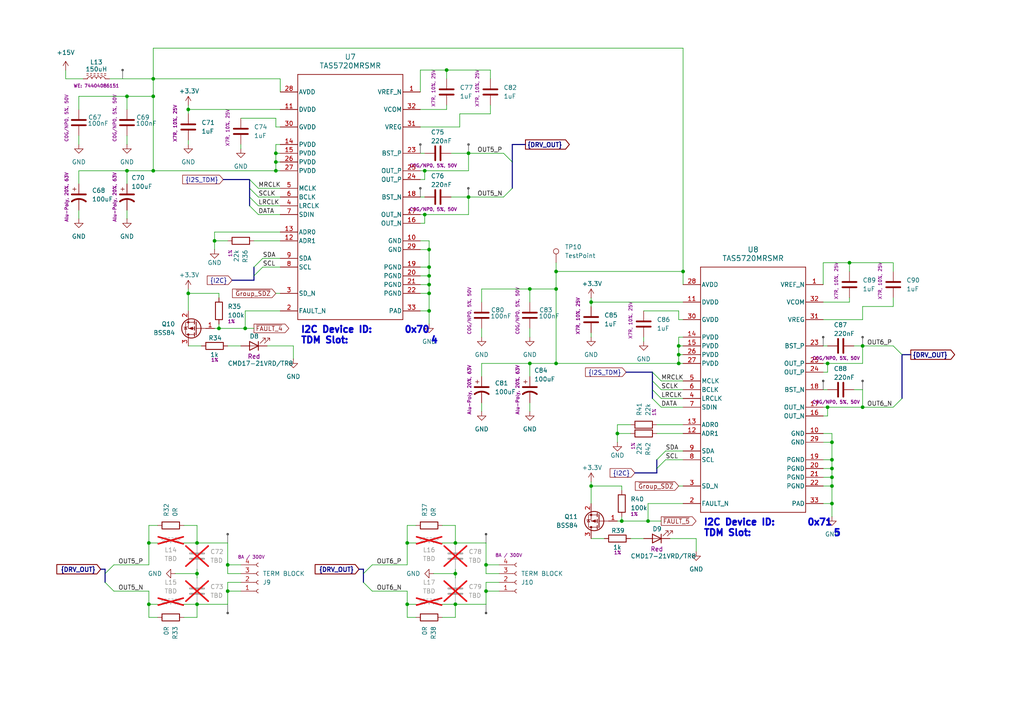
<source format=kicad_sch>
(kicad_sch (version 20250114) (generator "eeschema") (generator_version "9.0")
  (paper "A4")
  (title_block (title "Nathophone Driver Board") (date "2025-10-13") (rev "DRAFT") (company "Juventus Technikerschule HF"))
  (text "I2C Device ID: 	0x70\nTDM Slot:			4" (at 87.122 97.282 0) (effects (font (size 1.905 1.905) (thickness 0.508) (bold yes)) (justify left)))
  (text "I2C Device ID: 	0x71\nTDM Slot:			5" (at 203.962 153.162 0) (effects (font (size 1.905 1.905) (thickness 0.508) (bold yes)) (justify left)))
  (junction (at 54.61 85.09))
  (junction (at 80.01 46.99))
  (junction (at 118.11 157.48))
  (junction (at 240.03 105.41))
  (junction (at 241.3 135.89))
  (junction (at 124.46 90.17))
  (junction (at 171.45 140.97))
  (junction (at 171.45 87.63))
  (junction (at 124.46 85.09))
  (junction (at 36.83 49.53))
  (junction (at 57.15 157.48))
  (junction (at 250.19 100.33))
  (junction (at 250.19 118.11))
  (junction (at 118.11 175.26))
  (junction (at 57.15 166.37))
  (junction (at 241.3 133.35))
  (junction (at 132.08 166.37))
  (junction (at 153.67 105.41))
  (junction (at 153.67 83.82))
  (junction (at 161.29 105.41))
  (junction (at 241.3 140.97))
  (junction (at 62.23 69.85))
  (junction (at 180.34 151.13))
  (junction (at 196.85 100.33))
  (junction (at 36.83 27.94))
  (junction (at 196.85 105.41))
  (junction (at 66.04 163.83))
  (junction (at 123.19 62.23))
  (junction (at 71.12 95.25))
  (junction (at 140.97 163.83))
  (junction (at 44.45 49.53))
  (junction (at 80.01 44.45))
  (junction (at 132.08 157.48))
  (junction (at 241.3 128.27))
  (junction (at 124.46 72.39))
  (junction (at 44.45 27.94))
  (junction (at 43.18 157.48))
  (junction (at 198.12 78.74))
  (junction (at 161.29 83.82))
  (junction (at 80.01 49.53))
  (junction (at 132.08 175.26))
  (junction (at 129.54 20.32))
  (junction (at 124.46 77.47))
  (junction (at 123.19 49.53))
  (junction (at 240.03 118.11))
  (junction (at 54.61 31.75))
  (junction (at 179.07 125.73))
  (junction (at 187.96 151.13))
  (junction (at 241.3 146.05))
  (junction (at 63.5 95.25))
  (junction (at 246.38 76.2))
  (junction (at 57.15 175.26))
  (junction (at 44.45 22.86))
  (junction (at 135.89 57.15))
  (junction (at 43.18 175.26))
  (junction (at 124.46 80.01))
  (junction (at 140.97 171.45))
  (junction (at 135.89 44.45))
  (junction (at 161.29 78.74))
  (junction (at 196.85 102.87))
  (junction (at 241.3 138.43))
  (junction (at 124.46 82.55))
  (junction (at 66.04 171.45))
  (bus_entry (at 30.48 166.37) (size 2.54 -2.54))
  (bus_entry (at 261.62 115.57) (size -2.54 2.54))
  (bus_entry (at 190.5 133.35) (size 2.54 -2.54))
  (bus_entry (at 189.23 113.03) (size 2.54 2.54))
  (bus_entry (at 261.62 102.87) (size -2.54 -2.54))
  (bus_entry (at 146.05 44.45) (size 2.54 2.54))
  (bus_entry (at 72.39 52.07) (size 2.54 2.54))
  (bus_entry (at 30.48 168.91) (size 2.54 2.54))
  (bus_entry (at 73.66 80.01) (size 2.54 -2.54))
  (bus_entry (at 72.39 54.61) (size 2.54 2.54))
  (bus_entry (at 190.5 135.89) (size 2.54 -2.54))
  (bus_entry (at 105.41 168.91) (size 2.54 2.54))
  (bus_entry (at 146.05 57.15) (size 2.54 -2.54))
  (bus_entry (at 72.39 57.15) (size 2.54 2.54))
  (bus_entry (at 189.23 115.57) (size 2.54 2.54))
  (bus_entry (at 189.23 107.95) (size 2.54 2.54))
  (bus_entry (at 105.41 166.37) (size 2.54 -2.54))
  (bus_entry (at 73.66 77.47) (size 2.54 -2.54))
  (bus_entry (at 189.23 110.49) (size 2.54 2.54))
  (bus_entry (at 72.39 59.69) (size 2.54 2.54))
  (wire (pts (xy 198.12 78.74) (xy 161.29 78.74)))
  (wire (pts (xy 139.7 105.41) (xy 153.67 105.41)))
  (wire (pts (xy 153.67 105.41) (xy 153.67 109.22)))
  (wire (pts (xy 121.92 69.85) (xy 124.46 69.85)))
  (wire (pts (xy 121.92 72.39) (xy 124.46 72.39)))
  (wire (pts (xy 81.28 90.17) (xy 71.12 90.17)))
  (wire (pts (xy 118.11 157.48) (xy 120.65 157.48)))
  (wire (pts (xy 198.12 13.97) (xy 44.45 13.97)))
  (wire (pts (xy 241.3 133.35) (xy 241.3 135.89)))
  (wire (pts (xy 139.7 105.41) (xy 139.7 109.22)))
  (wire (pts (xy 238.76 120.65) (xy 240.03 120.65)))
  (wire (pts (xy 121.92 85.09) (xy 124.46 85.09)))
  (wire (pts (xy 80.01 46.99) (xy 81.28 46.99)))
  (wire (pts (xy 80.01 36.83) (xy 81.28 36.83)))
  (wire (pts (xy 241.3 146.05) (xy 241.3 149.86)))
  (wire (pts (xy 171.45 156.21) (xy 175.26 156.21)))
  (wire (pts (xy 81.28 49.53) (xy 80.01 49.53)))
  (wire (pts (xy 121.92 82.55) (xy 124.46 82.55)))
  (bus (pts (xy 30.48 166.37) (xy 30.48 165.1)))
  (wire (pts (xy 53.34 179.07) (xy 57.15 179.07)))
  (wire (pts (xy 139.7 83.82) (xy 153.67 83.82)))
  (wire (pts (xy 81.28 67.31) (xy 62.23 67.31)))
  (wire (pts (xy 201.93 156.21) (xy 201.93 160.02)))
  (wire (pts (xy 80.01 46.99) (xy 80.01 49.53)))
  (wire (pts (xy 171.45 140.97) (xy 171.45 139.7)))
  (wire (pts (xy 22.86 49.53) (xy 22.86 53.34)))
  (wire (pts (xy 66.04 157.48) (xy 66.04 163.83)))
  (wire (pts (xy 118.11 163.83) (xy 118.11 157.48)))
  (wire (pts (xy 240.03 118.11) (xy 250.19 118.11)))
  (wire (pts (xy 81.28 31.75) (xy 54.61 31.75)))
  (wire (pts (xy 132.08 157.48) (xy 140.97 157.48)))
  (wire (pts (xy 238.76 125.73) (xy 241.3 125.73)))
  (wire (pts (xy 43.18 152.4) (xy 43.18 157.48)))
  (wire (pts (xy 36.83 60.96) (xy 36.83 63.5)))
  (wire (pts (xy 121.92 64.77) (xy 123.19 64.77)))
  (wire (pts (xy 66.04 100.33) (xy 69.85 100.33)))
  (wire (pts (xy 124.46 69.85) (xy 124.46 72.39)))
  (wire (pts (xy 63.5 85.09) (xy 63.5 86.36)))
  (wire (pts (xy 259.08 88.9) (xy 259.08 86.36)))
  (wire (pts (xy 196.85 97.79) (xy 196.85 100.33)))
  (wire (pts (xy 129.54 20.32) (xy 129.54 22.86)))
  (wire (pts (xy 43.18 179.07) (xy 45.72 179.07)))
  (wire (pts (xy 121.92 49.53) (xy 123.19 49.53)))
  (wire (pts (xy 180.34 140.97) (xy 180.34 142.24)))
  (wire (pts (xy 71.12 95.25) (xy 63.5 95.25)))
  (wire (pts (xy 80.01 34.29) (xy 69.85 34.29)))
  (wire (pts (xy 153.67 95.25) (xy 153.67 97.79)))
  (wire (pts (xy 31.75 22.86) (xy 44.45 22.86)))
  (wire (pts (xy 191.77 110.49) (xy 198.12 110.49)))
  (wire (pts (xy 107.95 163.83) (xy 118.11 163.83)))
  (wire (pts (xy 53.34 175.26) (xy 57.15 175.26)))
  (wire (pts (xy 57.15 166.37) (xy 50.8 166.37)))
  (bus (pts (xy 64.77 52.07) (xy 72.39 52.07)))
  (wire (pts (xy 238.76 105.41) (xy 240.03 105.41)))
  (wire (pts (xy 250.19 92.71) (xy 250.19 88.9)))
  (wire (pts (xy 171.45 140.97) (xy 171.45 146.05)))
  (wire (pts (xy 190.5 123.19) (xy 198.12 123.19)))
  (wire (pts (xy 194.31 156.21) (xy 201.93 156.21)))
  (wire (pts (xy 76.2 77.47) (xy 81.28 77.47)))
  (wire (pts (xy 124.46 85.09) (xy 124.46 90.17)))
  (wire (pts (xy 121.92 31.75) (xy 129.54 31.75)))
  (bus (pts (xy 189.23 113.03) (xy 189.23 115.57)))
  (wire (pts (xy 85.09 100.33) (xy 85.09 104.14)))
  (wire (pts (xy 198.12 146.05) (xy 187.96 146.05)))
  (wire (pts (xy 153.67 116.84) (xy 153.67 119.38)))
  (wire (pts (xy 77.47 100.33) (xy 85.09 100.33)))
  (wire (pts (xy 128.27 157.48) (xy 132.08 157.48)))
  (wire (pts (xy 123.19 64.77) (xy 123.19 62.23)))
  (wire (pts (xy 81.28 22.86) (xy 44.45 22.86)))
  (wire (pts (xy 22.86 49.53) (xy 36.83 49.53)))
  (wire (pts (xy 43.18 163.83) (xy 43.18 157.48)))
  (wire (pts (xy 179.07 125.73) (xy 179.07 128.27)))
  (wire (pts (xy 191.77 118.11) (xy 198.12 118.11)))
  (wire (pts (xy 62.23 69.85) (xy 62.23 72.39)))
  (wire (pts (xy 36.83 27.94) (xy 36.83 31.75)))
  (bus (pts (xy 72.39 54.61) (xy 72.39 57.15)))
  (wire (pts (xy 133.35 33.02) (xy 142.24 33.02)))
  (wire (pts (xy 196.85 100.33) (xy 198.12 100.33)))
  (wire (pts (xy 66.04 168.91) (xy 69.85 168.91)))
  (wire (pts (xy 250.19 113.03) (xy 250.19 118.11)))
  (bus (pts (xy 105.41 168.91) (xy 105.41 166.37)))
  (wire (pts (xy 118.11 171.45) (xy 118.11 175.26)))
  (wire (pts (xy 57.15 157.48) (xy 66.04 157.48)))
  (wire (pts (xy 238.76 135.89) (xy 241.3 135.89)))
  (wire (pts (xy 74.93 54.61) (xy 81.28 54.61)))
  (wire (pts (xy 66.04 168.91) (xy 66.04 171.45)))
  (wire (pts (xy 71.12 95.25) (xy 73.66 95.25)))
  (wire (pts (xy 132.08 179.07) (xy 132.08 175.26)))
  (bus (pts (xy 189.23 107.95) (xy 189.23 110.49)))
  (wire (pts (xy 250.19 100.33) (xy 247.65 100.33)))
  (wire (pts (xy 196.85 90.17) (xy 186.69 90.17)))
  (wire (pts (xy 63.5 95.25) (xy 63.5 93.98)))
  (wire (pts (xy 198.12 78.74) (xy 198.12 13.97)))
  (wire (pts (xy 240.03 120.65) (xy 240.03 118.11)))
  (wire (pts (xy 43.18 157.48) (xy 45.72 157.48)))
  (wire (pts (xy 36.83 49.53) (xy 36.83 53.34)))
  (wire (pts (xy 241.3 135.89) (xy 241.3 138.43)))
  (wire (pts (xy 238.76 107.95) (xy 240.03 107.95)))
  (wire (pts (xy 22.86 60.96) (xy 22.86 63.5)))
  (wire (pts (xy 76.2 74.93) (xy 81.28 74.93)))
  (wire (pts (xy 44.45 22.86) (xy 44.45 27.94)))
  (wire (pts (xy 171.45 87.63) (xy 171.45 88.9)))
  (wire (pts (xy 43.18 175.26) (xy 45.72 175.26)))
  (wire (pts (xy 153.67 105.41) (xy 161.29 105.41)))
  (wire (pts (xy 57.15 175.26) (xy 66.04 175.26)))
  (wire (pts (xy 123.19 49.53) (xy 135.89 49.53)))
  (wire (pts (xy 132.08 166.37) (xy 132.08 167.64)))
  (wire (pts (xy 179.07 125.73) (xy 182.88 125.73)))
  (wire (pts (xy 43.18 171.45) (xy 43.18 175.26)))
  (wire (pts (xy 71.12 90.17) (xy 71.12 95.25)))
  (wire (pts (xy 57.15 152.4) (xy 57.15 157.48)))
  (wire (pts (xy 129.54 31.75) (xy 129.54 30.48)))
  (wire (pts (xy 130.81 44.45) (xy 135.89 44.45)))
  (wire (pts (xy 238.76 92.71) (xy 250.19 92.71)))
  (wire (pts (xy 140.97 171.45) (xy 140.97 175.26)))
  (wire (pts (xy 196.85 97.79) (xy 198.12 97.79)))
  (wire (pts (xy 69.85 41.91) (xy 69.85 43.18)))
  (wire (pts (xy 128.27 175.26) (xy 132.08 175.26)))
  (wire (pts (xy 250.19 88.9) (xy 259.08 88.9)))
  (bus (pts (xy 73.66 81.28) (xy 73.66 80.01)))
  (wire (pts (xy 130.81 57.15) (xy 135.89 57.15)))
  (wire (pts (xy 43.18 175.26) (xy 43.18 179.07)))
  (bus (pts (xy 264.16 102.87) (xy 261.62 102.87)))
  (wire (pts (xy 63.5 95.25) (xy 62.23 95.25)))
  (wire (pts (xy 80.01 44.45) (xy 80.01 46.99)))
  (wire (pts (xy 132.08 166.37) (xy 125.73 166.37)))
  (wire (pts (xy 238.76 138.43) (xy 241.3 138.43)))
  (wire (pts (xy 193.04 130.81) (xy 198.12 130.81)))
  (wire (pts (xy 19.05 22.86) (xy 19.05 20.32)))
  (wire (pts (xy 57.15 166.37) (xy 57.15 167.64)))
  (wire (pts (xy 259.08 76.2) (xy 259.08 78.74)))
  (wire (pts (xy 238.76 76.2) (xy 238.76 82.55)))
  (wire (pts (xy 135.89 57.15) (xy 146.05 57.15)))
  (wire (pts (xy 53.34 152.4) (xy 57.15 152.4)))
  (wire (pts (xy 196.85 92.71) (xy 196.85 90.17)))
  (wire (pts (xy 54.61 30.48) (xy 54.61 31.75)))
  (bus (pts (xy 73.66 77.47) (xy 73.66 80.01)))
  (wire (pts (xy 80.01 41.91) (xy 80.01 44.45)))
  (wire (pts (xy 241.3 140.97) (xy 241.3 146.05)))
  (wire (pts (xy 198.12 78.74) (xy 198.12 82.55)))
  (bus (pts (xy 190.5 137.16) (xy 190.5 135.89)))
  (wire (pts (xy 140.97 168.91) (xy 140.97 171.45)))
  (wire (pts (xy 191.77 113.03) (xy 198.12 113.03)))
  (wire (pts (xy 142.24 20.32) (xy 142.24 22.86)))
  (wire (pts (xy 73.66 69.85) (xy 81.28 69.85)))
  (wire (pts (xy 132.08 175.26) (xy 140.97 175.26)))
  (wire (pts (xy 57.15 179.07) (xy 57.15 175.26)))
  (wire (pts (xy 196.85 92.71) (xy 198.12 92.71)))
  (wire (pts (xy 246.38 87.63) (xy 246.38 86.36)))
  (bus (pts (xy 105.41 166.37) (xy 105.41 165.1)))
  (wire (pts (xy 171.45 96.52) (xy 171.45 97.79)))
  (wire (pts (xy 182.88 156.21) (xy 186.69 156.21)))
  (wire (pts (xy 132.08 152.4) (xy 132.08 157.48)))
  (wire (pts (xy 190.5 125.73) (xy 198.12 125.73)))
  (wire (pts (xy 241.3 138.43) (xy 241.3 140.97)))
  (bus (pts (xy 184.15 137.16) (xy 190.5 137.16)))
  (wire (pts (xy 250.19 118.11) (xy 259.08 118.11)))
  (wire (pts (xy 54.61 100.33) (xy 58.42 100.33)))
  (wire (pts (xy 135.89 44.45) (xy 135.89 49.53)))
  (wire (pts (xy 128.27 179.07) (xy 132.08 179.07)))
  (bus (pts (xy 72.39 52.07) (xy 72.39 54.61)))
  (wire (pts (xy 33.02 171.45) (xy 43.18 171.45)))
  (wire (pts (xy 241.3 128.27) (xy 241.3 133.35)))
  (wire (pts (xy 238.76 133.35) (xy 241.3 133.35)))
  (wire (pts (xy 180.34 151.13) (xy 179.07 151.13)))
  (wire (pts (xy 80.01 36.83) (xy 80.01 34.29)))
  (wire (pts (xy 171.45 140.97) (xy 180.34 140.97)))
  (wire (pts (xy 121.92 57.15) (xy 123.19 57.15)))
  (wire (pts (xy 121.92 62.23) (xy 123.19 62.23)))
  (wire (pts (xy 140.97 168.91) (xy 144.78 168.91)))
  (wire (pts (xy 121.92 80.01) (xy 124.46 80.01)))
  (wire (pts (xy 54.61 31.75) (xy 54.61 33.02)))
  (wire (pts (xy 238.76 146.05) (xy 241.3 146.05)))
  (wire (pts (xy 140.97 163.83) (xy 144.78 163.83)))
  (wire (pts (xy 196.85 140.97) (xy 198.12 140.97)))
  (wire (pts (xy 238.76 140.97) (xy 241.3 140.97)))
  (wire (pts (xy 118.11 175.26) (xy 118.11 179.07)))
  (wire (pts (xy 118.11 179.07) (xy 120.65 179.07)))
  (wire (pts (xy 66.04 163.83) (xy 66.04 166.37)))
  (wire (pts (xy 121.92 77.47) (xy 124.46 77.47)))
  (wire (pts (xy 124.46 90.17) (xy 124.46 93.98)))
  (wire (pts (xy 80.01 85.09) (xy 81.28 85.09)))
  (wire (pts (xy 53.34 157.48) (xy 57.15 157.48)))
  (wire (pts (xy 66.04 171.45) (xy 69.85 171.45)))
  (wire (pts (xy 241.3 125.73) (xy 241.3 128.27)))
  (wire (pts (xy 139.7 95.25) (xy 139.7 97.79)))
  (wire (pts (xy 62.23 67.31) (xy 62.23 69.85)))
  (bus (pts (xy 72.39 57.15) (xy 72.39 59.69)))
  (wire (pts (xy 153.67 83.82) (xy 161.29 83.82)))
  (wire (pts (xy 57.15 165.1) (xy 57.15 166.37)))
  (wire (pts (xy 118.11 152.4) (xy 118.11 157.48)))
  (wire (pts (xy 238.76 100.33) (xy 240.03 100.33)))
  (wire (pts (xy 180.34 151.13) (xy 180.34 149.86)))
  (wire (pts (xy 54.61 40.64) (xy 54.61 41.91)))
  (bus (pts (xy 189.23 110.49) (xy 189.23 113.03)))
  (wire (pts (xy 140.97 166.37) (xy 144.78 166.37)))
  (wire (pts (xy 33.02 163.83) (xy 43.18 163.83)))
  (wire (pts (xy 62.23 69.85) (xy 66.04 69.85)))
  (wire (pts (xy 238.76 128.27) (xy 241.3 128.27)))
  (wire (pts (xy 179.07 123.19) (xy 179.07 125.73)))
  (wire (pts (xy 135.89 44.45) (xy 146.05 44.45)))
  (wire (pts (xy 66.04 163.83) (xy 69.85 163.83)))
  (wire (pts (xy 171.45 86.36) (xy 171.45 87.63)))
  (wire (pts (xy 44.45 13.97) (xy 44.45 22.86)))
  (wire (pts (xy 124.46 72.39) (xy 124.46 77.47)))
  (wire (pts (xy 247.65 113.03) (xy 250.19 113.03)))
  (wire (pts (xy 44.45 27.94) (xy 44.45 49.53)))
  (wire (pts (xy 198.12 87.63) (xy 171.45 87.63)))
  (wire (pts (xy 66.04 166.37) (xy 69.85 166.37)))
  (bus (pts (xy 67.31 81.28) (xy 73.66 81.28)))
  (wire (pts (xy 74.93 62.23) (xy 81.28 62.23)))
  (wire (pts (xy 250.19 100.33) (xy 259.08 100.33)))
  (wire (pts (xy 140.97 163.83) (xy 140.97 166.37)))
  (wire (pts (xy 238.76 113.03) (xy 240.03 113.03)))
  (wire (pts (xy 121.92 90.17) (xy 124.46 90.17)))
  (wire (pts (xy 187.96 146.05) (xy 187.96 151.13)))
  (wire (pts (xy 124.46 82.55) (xy 124.46 85.09)))
  (wire (pts (xy 135.89 57.15) (xy 135.89 62.23)))
  (wire (pts (xy 118.11 152.4) (xy 120.65 152.4)))
  (wire (pts (xy 54.61 85.09) (xy 54.61 90.17)))
  (wire (pts (xy 193.04 133.35) (xy 198.12 133.35)))
  (wire (pts (xy 80.01 41.91) (xy 81.28 41.91)))
  (wire (pts (xy 196.85 102.87) (xy 198.12 102.87)))
  (wire (pts (xy 124.46 80.01) (xy 124.46 82.55)))
  (wire (pts (xy 123.19 62.23) (xy 135.89 62.23)))
  (wire (pts (xy 182.88 123.19) (xy 179.07 123.19)))
  (wire (pts (xy 22.86 31.75) (xy 22.86 27.94)))
  (bus (pts (xy 190.5 133.35) (xy 190.5 135.89)))
  (wire (pts (xy 123.19 52.07) (xy 123.19 49.53)))
  (bus (pts (xy 152.4 41.91) (xy 148.59 41.91)))
  (wire (pts (xy 161.29 105.41) (xy 196.85 105.41)))
  (wire (pts (xy 118.11 175.26) (xy 120.65 175.26)))
  (wire (pts (xy 54.61 85.09) (xy 63.5 85.09)))
  (wire (pts (xy 240.03 105.41) (xy 250.19 105.41)))
  (bus (pts (xy 148.59 41.91) (xy 148.59 46.99)))
  (wire (pts (xy 74.93 59.69) (xy 81.28 59.69)))
  (wire (pts (xy 250.19 105.41) (xy 250.19 100.33)))
  (wire (pts (xy 198.12 105.41) (xy 196.85 105.41)))
  (wire (pts (xy 196.85 100.33) (xy 196.85 102.87)))
  (wire (pts (xy 74.93 57.15) (xy 81.28 57.15)))
  (wire (pts (xy 186.69 97.79) (xy 186.69 99.06)))
  (wire (pts (xy 36.83 39.37) (xy 36.83 41.91)))
  (bus (pts (xy 181.61 107.95) (xy 189.23 107.95)))
  (bus (pts (xy 29.21 165.1) (xy 30.48 165.1)))
  (wire (pts (xy 43.18 152.4) (xy 45.72 152.4)))
  (wire (pts (xy 161.29 76.2) (xy 161.29 78.74)))
  (wire (pts (xy 140.97 171.45) (xy 144.78 171.45)))
  (wire (pts (xy 22.86 27.94) (xy 36.83 27.94)))
  (wire (pts (xy 129.54 20.32) (xy 142.24 20.32)))
  (wire (pts (xy 140.97 157.48) (xy 140.97 163.83)))
  (wire (pts (xy 246.38 76.2) (xy 246.38 78.74)))
  (wire (pts (xy 196.85 102.87) (xy 196.85 105.41)))
  (wire (pts (xy 124.46 77.47) (xy 124.46 80.01)))
  (wire (pts (xy 238.76 87.63) (xy 246.38 87.63)))
  (wire (pts (xy 238.76 76.2) (xy 246.38 76.2)))
  (wire (pts (xy 81.28 22.86) (xy 81.28 26.67)))
  (wire (pts (xy 128.27 152.4) (xy 132.08 152.4)))
  (wire (pts (xy 24.13 22.86) (xy 19.05 22.86)))
  (wire (pts (xy 107.95 171.45) (xy 118.11 171.45)))
  (wire (pts (xy 238.76 118.11) (xy 240.03 118.11)))
  (bus (pts (xy 261.62 102.87) (xy 261.62 115.57)))
  (wire (pts (xy 153.67 83.82) (xy 153.67 87.63)))
  (wire (pts (xy 121.92 20.32) (xy 121.92 26.67)))
  (wire (pts (xy 54.61 85.09) (xy 54.61 83.82)))
  (wire (pts (xy 191.77 115.57) (xy 198.12 115.57)))
  (wire (pts (xy 246.38 76.2) (xy 259.08 76.2)))
  (wire (pts (xy 161.29 78.74) (xy 161.29 83.82)))
  (wire (pts (xy 240.03 107.95) (xy 240.03 105.41)))
  (wire (pts (xy 80.01 44.45) (xy 81.28 44.45)))
  (wire (pts (xy 139.7 116.84) (xy 139.7 119.38)))
  (wire (pts (xy 66.04 171.45) (xy 66.04 175.26)))
  (wire (pts (xy 133.35 36.83) (xy 133.35 33.02)))
  (wire (pts (xy 22.86 39.37) (xy 22.86 41.91)))
  (wire (pts (xy 36.83 49.53) (xy 44.45 49.53)))
  (wire (pts (xy 161.29 83.82) (xy 161.29 105.41)))
  (wire (pts (xy 132.08 165.1) (xy 132.08 166.37)))
  (wire (pts (xy 187.96 151.13) (xy 191.77 151.13)))
  (bus (pts (xy 30.48 168.91) (xy 30.48 166.37)))
  (wire (pts (xy 187.96 151.13) (xy 180.34 151.13)))
  (wire (pts (xy 142.24 33.02) (xy 142.24 30.48)))
  (wire (pts (xy 139.7 87.63) (xy 139.7 83.82)))
  (bus (pts (xy 148.59 46.99) (xy 148.59 54.61)))
  (wire (pts (xy 121.92 36.83) (xy 133.35 36.83)))
  (wire (pts (xy 121.92 20.32) (xy 129.54 20.32)))
  (wire (pts (xy 36.83 27.94) (xy 44.45 27.94)))
  (wire (pts (xy 121.92 44.45) (xy 123.19 44.45)))
  (wire (pts (xy 121.92 52.07) (xy 123.19 52.07)))
  (wire (pts (xy 44.45 49.53) (xy 80.01 49.53)))
  (bus (pts (xy 104.14 165.1) (xy 105.41 165.1)))
  (label "LRCLK" (at 74.93 59.69 0))
  (label "OUT5_P" (at 34.29 163.83 0))
  (label "OUT5_P" (at 138.43 44.45 0) (effects (font (thickness 0.1588))))
  (label "DATA" (at 74.93 62.23 0))
  (label "LRCLK" (at 191.77 115.57 0))
  (label "SCLK" (at 74.93 57.15 0))
  (label "OUT5_N" (at 34.29 171.45 0))
  (label "SCL" (at 193.04 133.35 0))
  (label "MRCLK" (at 191.77 110.49 0))
  (label "OUT5_N" (at 138.43 57.15 0) (effects (font (thickness 0.1588))))
  (label "MRCLK" (at 74.93 54.61 0))
  (label "SDA" (at 193.04 130.81 0))
  (label "DATA" (at 191.77 118.11 0))
  (label "SCL" (at 76.2 77.47 0))
  (label "SCLK" (at 191.77 113.03 0))
  (label "OUT6_P" (at 251.46 100.33 0))
  (label "OUT6_N" (at 251.46 118.11 0))
  (label "SDA" (at 76.2 74.93 0))
  (label "OUT6_P" (at 109.22 163.83 0))
  (label "OUT6_N" (at 109.22 171.45 0))
  (global_label "{I2S_TDM}" (shape input) (at 64.77 52.07 180) (property "Intersheetrefs" "${INTERSHEET_REFS}" (effects (hide yes))))
  (global_label "{I2S_TDM}" (shape input) (at 181.61 107.95 180) (property "Intersheetrefs" "${INTERSHEET_REFS}" (effects (hide yes))))
  (global_label "{DRV_OUT}" (shape output) (at 264.16 102.87 0) (effects (font (thickness 0.254) (bold yes))) (property "Intersheetrefs" "${INTERSHEET_REFS}" (effects (hide yes))))
  (global_label "{I2C}" (shape input) (at 67.31 81.28 180) (property "Intersheetrefs" "${INTERSHEET_REFS}" (effects (hide yes))))
  (global_label "~{FAULT_5}" (shape output) (at 191.77 151.13 0) (property "Intersheetrefs" "${INTERSHEET_REFS}" (effects (hide yes))))
  (global_label "~{Group_SDZ}" (shape input) (at 80.01 85.09 180) (property "Intersheetrefs" "${INTERSHEET_REFS}" (effects (hide yes))))
  (global_label "{DRV_OUT}" (shape output) (at 152.4 41.91 0) (effects (font (thickness 0.254) (bold yes))) (property "Intersheetrefs" "${INTERSHEET_REFS}" (effects (hide yes))))
  (global_label "{DRV_OUT}" (shape input) (at 104.14 165.1 180) (effects (font (thickness 0.254) (bold yes))) (property "Intersheetrefs" "${INTERSHEET_REFS}" (effects (hide yes))))
  (global_label "~{FAULT_4}" (shape output) (at 73.66 95.25 0) (property "Intersheetrefs" "${INTERSHEET_REFS}" (effects (hide yes))))
  (global_label "{DRV_OUT}" (shape input) (at 29.21 165.1 180) (effects (font (thickness 0.254) (bold yes))) (property "Intersheetrefs" "${INTERSHEET_REFS}" (effects (hide yes))))
  (global_label "~{Group_SDZ}" (shape input) (at 196.85 140.97 180) (property "Intersheetrefs" "${INTERSHEET_REFS}" (effects (hide yes))))
  (global_label "{I2C}" (shape input) (at 184.15 137.16 180) (property "Intersheetrefs" "${INTERSHEET_REFS}" (effects (hide yes))))
  (netclass_flag "" (length 2.54) (shape dot) (at 121.92 57.15 0) (property "Netclass" "DRV_Output" (effects (hide yes))))
  (netclass_flag "" (length 2.54) (shape dot) (at 238.76 113.03 0) (property "Netclass" "DRV_Output" (effects (hide yes))))
  (netclass_flag "" (length 2.54) (shape dot) (at 250.19 113.03 0) (property "Netclass" "DRV_Output" (effects (hide yes))))
  (netclass_flag "" (length 2.54) (shape dot) (at 121.92 44.45 0) (property "Netclass" "DRV_Output" (effects (hide yes))))
  (netclass_flag "" (length 2.54) (shape dot) (at 66.04 175.26 180) (property "Netclass" "DRV_Output" (effects (hide yes))))
  (netclass_flag "" (length 2.54) (shape dot) (at 140.97 157.48 0) (property "Netclass" "DRV_Output" (effects (hide yes))))
  (netclass_flag "" (length 2.54) (shape dot) (at 135.8442 57.15 0) (property "Netclass" "DRV_Output" (effects (hide yes))))
  (netclass_flag "" (length 2.54) (shape dot) (at 140.97 175.26 180) (property "Netclass" "DRV_Output" (effects (hide yes))))
  (netclass_flag "" (length 2.54) (shape dot) (at 35.56 22.86 0) (property "Netclass" "Power_DRVs" (effects (hide yes))))
  (netclass_flag "" (length 2.54) (shape dot) (at 66.04 157.48 0) (property "Netclass" "DRV_Output" (effects (hide yes))))
  (netclass_flag "" (length 2.54) (shape dot) (at 238.76 100.33 0) (property "Netclass" "DRV_Output" (effects (hide yes))))
  (netclass_flag "" (length 2.54) (shape dot) (at 135.89 44.45 0) (property "Netclass" "DRV_Output" (effects (hide yes))))
  (netclass_flag "" (length 2.54) (shape dot) (at 250.19 100.33 0) (property "Netclass" "DRV_Output" (effects (hide yes))))
  (symbol (lib_id "power:GND") (at 171.45 97.79 0) (unit 1)
    (property "Reference" "#PWR0123" (effects (hide yes)))
    (property "Value" "GND" (at 171.45 102.87 0))
    (property "Description" "Power symbol creates a global label with name \"GND\" , ground" (effects (hide yes)))
  )
  (symbol (lib_id "power:GND") (at 54.61 41.91 0) (unit 1)
    (property "Reference" "#PWR0111" (effects (hide yes)))
    (property "Value" "GND" (at 54.61 46.99 0))
    (property "Description" "Power symbol creates a global label with name \"GND\" , ground" (effects (hide yes)))
  )
  (symbol (lib_id "Device:R") (at 124.46 152.4 90) (unit 1)
    (property "Reference" "R37" (at 123.1899 149.86 0) (effects (justify left)))
    (property "Value" "0R" (at 125.7299 149.86 0) (effects (justify left)))
    (property "Footprint" "Resistor_SMD:R_2010_5025Metric" (effects (hide yes)))
    (property "Datasheet" "https://www.vishay.com/docs/20035/dcrcwe3.pdf" (effects (hide yes)))
    (property "Description" "Resistor" (effects (hide yes)))
    (property "DigiKey_PartNo" "541-0.0WTR-ND" (effects (hide yes)))
    (property "Key Info" "1%" (effects (hide yes)))
  )
  (symbol (lib_id "Device:L_Ferrite") (at 49.53 175.26 90) (unit 1) (in_bom no) (dnp yes)
    (property "Reference" "L15" (at 49.53 168.91 90))
    (property "Value" "TBD" (at 49.53 171.45 90))
    (property "Footprint" "symbols_footprints:IND_SRU1048-150Y" (effects (hide yes)))
    (property "Datasheet" "https://www.bourns.com/docs/Product-Datasheets/SRU1048.pdf" (effects (hide yes)))
    (property "Description" "Inductor with ferrite core" (effects (hide yes)))
    (property "DigiKey_PartNo" "SRU1048-150YTR-ND" (effects (hide yes)))
  )
  (symbol (lib_id "Device:C") (at 246.38 82.55 0) (unit 1)
    (property "Reference" "C89" (at 250.19 81.2799 0) (effects (justify left)))
    (property "Value" "1uF" (at 250.19 83.8199 0) (effects (justify left)))
    (property "Footprint" "Capacitor_SMD:C_0805_2012Metric" (effects (hide yes)))
    (property "Datasheet" "https://mm.digikey.com/Volume0/opasdata/d220001/medias/docus/1105/CL21B105KAFNNNE_Spec.pdf" (effects (hide yes)))
    (property "Description" "Unpolarized capacitor" (effects (hide yes)))
    (property "DigiKey_PartNo" "1276-1066-2-ND" (effects (hide yes)))
    (property "Key Info" "X7R, 10%, 25V" (at 242.57 86.868 90) (effects (font (size 0.9525 0.9525)) (justify left)))
  )
  (symbol (lib_id "Device:R") (at 62.23 100.33 270) (unit 1)
    (property "Reference" "R34" (at 60.452 98.044 90) (effects (justify left)))
    (property "Value" "1k" (at 60.9601 102.87 90) (effects (justify left)))
    (property "Footprint" "Resistor_SMD:R_0805_2012Metric" (effects (hide yes)))
    (property "Datasheet" "https://www.vishay.com/docs/20035/dcrcwe3.pdf" (effects (hide yes)))
    (property "Description" "Resistor" (effects (hide yes)))
    (property "DigiKey_PartNo" "541-1.00KCTR-ND" (effects (hide yes)))
    (property "Key Info" "1%" (at 61.214 104.394 90) (effects (font (size 0.9525 0.9525)) (justify left)))
  )
  (symbol (lib_id "power:+3.3V") (at 171.45 139.7 0) (unit 1)
    (property "Reference" "#PWR0124" (effects (hide yes)))
    (property "Value" "+3.3V" (at 171.704 135.636 0))
    (property "Description" "Power symbol creates a global label with name \"+3.3V\"" (effects (hide yes)))
  )
  (symbol (lib_id "Device:C") (at 57.15 171.45 0) (unit 1) (in_bom no) (dnp yes)
    (property "Reference" "C73" (at 60.96 170.1799 0) (effects (justify left)))
    (property "Value" "TBD" (at 60.96 172.7199 0) (effects (justify left)))
    (property "Footprint" "Capacitor_SMD:C_2220_5750Metric" (effects (hide yes)))
    (property "Datasheet" "https://mm.digikey.com/Volume0/opasdata/d220001/medias/docus/1105/CL21B105KAFNNNE_Spec.pdf" (effects (hide yes)))
    (property "Description" "Unpolarized capacitor" (effects (hide yes)))
    (property "DigiKey_PartNo" "1928-1932-2-ND" (effects (hide yes)))
  )
  (symbol (lib_id "power:GND") (at 62.23 72.39 0) (unit 1)
    (property "Reference" "#PWR0113" (effects (hide yes)))
    (property "Value" "GND" (at 62.23 76.2 0))
    (property "Description" "Power symbol creates a global label with name \"GND\" , ground" (effects (hide yes)))
  )
  (symbol (lib_id "Device:C") (at 243.84 100.33 90) (unit 1)
    (property "Reference" "C87" (at 241.808 94.234 90) (effects (justify right)))
    (property "Value" "220nF" (at 241.808 96.774 90) (effects (justify right)))
    (property "Footprint" "Capacitor_SMD:C_1206_3216Metric" (effects (hide yes)))
    (property "Datasheet" "https://search.murata.co.jp/Ceramy/image/img/A01X/G101/ENG/GRM31C5C1H224JE02-01A.pdf" (effects (hide yes)))
    (property "Description" "Unpolarized capacitor" (effects (hide yes)))
    (property "DigiKey_PartNo" "490-GRM31C5C1H224JE02LTR-ND" (effects (hide yes)))
    (property "Key Info" "C0G/NP0, 5%, 50V" (at 249.428 103.886 90) (effects (font (size 0.9525 0.9525)) (justify left)))
  )
  (symbol (lib_id "power:+3.3V") (at 54.61 30.48 0) (unit 1)
    (property "Reference" "#PWR0110" (effects (hide yes)))
    (property "Value" "+3.3V" (at 54.864 26.416 0))
    (property "Description" "Power symbol creates a global label with name \"+3.3V\"" (effects (hide yes)))
  )
  (symbol (lib_id "Device:C_Polarized_US") (at 139.7 113.03 0) (unit 1)
    (property "Reference" "C81" (at 143.51 111.1249 0) (effects (justify left)))
    (property "Value" "100uF" (at 143.51 113.6649 0) (effects (justify left)))
    (property "Footprint" "Capacitor_SMD:C_Elec_10x10.2" (effects (hide yes)))
    (property "Datasheet" "https://search.kemet.com/download/datasheet/A782MS107M1JLAS030" (effects (hide yes)))
    (property "Description" "Polarized capacitor, US symbol" (effects (hide yes)))
    (property "DigiKey_PartNo" "399-A782MS107M1JLAS030TR-ND" (effects (hide yes)))
    (property "Key Info" "Alu-Poly, 20%, 63V" (at 136.144 113.03 90) (effects (font (size 0.9525 0.9525))))
  )
  (symbol (lib_id "power:GND") (at 85.09 104.14 0) (unit 1)
    (property "Reference" "#PWR0115" (effects (hide yes)))
    (property "Value" "GND" (at 85.09 109.22 0))
    (property "Description" "Power symbol creates a global label with name \"GND\" , ground" (effects (hide yes)))
  )
  (symbol (lib_id "Device:R") (at 49.53 152.4 90) (unit 1)
    (property "Reference" "R32" (at 48.2599 149.86 0) (effects (justify left)))
    (property "Value" "0R" (at 50.7999 149.86 0) (effects (justify left)))
    (property "Footprint" "Resistor_SMD:R_2010_5025Metric" (effects (hide yes)))
    (property "Datasheet" "https://www.vishay.com/docs/20035/dcrcwe3.pdf" (effects (hide yes)))
    (property "Description" "Resistor" (effects (hide yes)))
    (property "DigiKey_PartNo" "541-0.0WTR-ND" (effects (hide yes)))
    (property "Key Info" "1%" (effects (hide yes)))
  )
  (symbol (lib_id "power:+3.3V") (at 171.45 86.36 0) (unit 1)
    (property "Reference" "#PWR0122" (effects (hide yes)))
    (property "Value" "+3.3V" (at 171.704 82.296 0))
    (property "Description" "Power symbol creates a global label with name \"+3.3V\"" (effects (hide yes)))
  )
  (symbol (lib_id "power:GND") (at 69.85 43.18 0) (unit 1)
    (property "Reference" "#PWR0114" (effects (hide yes)))
    (property "Value" "GND" (at 69.85 48.26 0))
    (property "Description" "Power symbol creates a global label with name \"GND\" , ground" (effects (hide yes)))
  )
  (symbol (lib_id "Transistor_FET:BSS84") (at 173.99 151.13 180) (unit 1)
    (property "Reference" "Q11" (at 167.64 149.8599 0) (effects (justify left)))
    (property "Value" "BSS84" (at 167.64 152.3999 0) (effects (justify left)))
    (property "Footprint" "Package_TO_SOT_SMD:SOT-23" (effects (hide yes)))
    (property "Datasheet" "http://assets.nexperia.com/documents/data-sheet/BSS84.pdf" (effects (hide yes)))
    (property "Description" "-0.13A Id, -50V Vds, P-Channel MOSFET, SOT-23" (effects (hide yes)))
    (property "DigiKey_PartNo" "5399-BSS84TR-ND" (effects (hide yes)))
  )
  (symbol (lib_id "power:GND") (at 186.69 99.06 0) (unit 1)
    (property "Reference" "#PWR0126" (effects (hide yes)))
    (property "Value" "GND" (at 186.69 104.14 0))
    (property "Description" "Power symbol creates a global label with name \"GND\" , ground" (effects (hide yes)))
  )
  (symbol (lib_id "Device:C") (at 186.69 93.98 0) (unit 1)
    (property "Reference" "C86" (at 190.5 92.7099 0) (effects (justify left)))
    (property "Value" "1uF" (at 190.5 95.2499 0) (effects (justify left)))
    (property "Footprint" "Capacitor_SMD:C_0805_2012Metric" (effects (hide yes)))
    (property "Datasheet" "https://mm.digikey.com/Volume0/opasdata/d220001/medias/docus/1105/CL21B105KAFNNNE_Spec.pdf" (effects (hide yes)))
    (property "Description" "Unpolarized capacitor" (effects (hide yes)))
    (property "DigiKey_PartNo" "1276-1066-2-ND" (effects (hide yes)))
    (property "Key Info" "X7R, 10%, 25V" (at 182.88 98.298 90) (effects (font (size 0.9525 0.9525)) (justify left)))
  )
  (symbol (lib_id "Device:R") (at 186.69 125.73 270) (unit 1)
    (property "Reference" "R42" (at 187.9601 128.27 0) (effects (justify left)))
    (property "Value" "22k" (at 185.4201 128.27 0) (effects (justify left)))
    (property "Footprint" "Resistor_SMD:R_0805_2012Metric" (effects (hide yes)))
    (property "Datasheet" "https://www.vishay.com/docs/20035/dcrcwe3.pdf" (effects (hide yes)))
    (property "Description" "Resistor" (effects (hide yes)))
    (property "DigiKey_PartNo" "541-CRCW080522K0FKEBTR-ND" (effects (hide yes)))
    (property "Key Info" "1%" (at 183.642 128.27 0) (effects (font (size 0.9525 0.9525)) (justify left)))
  )
  (symbol (lib_id "Connector:Conn_01x04_Socket") (at 149.86 168.91 0) (mirror x) (unit 1)
    (property "Reference" "J10" (at 151.13 168.9101 0) (effects (justify left)))
    (property "Value" "TERM BLOCK" (at 151.13 166.3701 0) (effects (justify left)))
    (property "Footprint" "symbols_footprints:CONN_1862042" (effects (hide yes)))
    (property "Datasheet" "https://www.phoenixcontact.com/us/products/1862042/pdf" (effects (hide yes)))
    (property "Description" "Generic connector, single row, 01x02, script generated" (effects (hide yes)))
    (property "DigiKey_PartNo" "277-12154-ND" (effects (hide yes)))
    (property "Key Info" "8A / 300V" (at 147.574 161.036 0) (effects (font (size 0.9525 0.9525))))
  )
  (symbol (lib_id "power:GND") (at 153.67 97.79 0) (unit 1)
    (property "Reference" "#PWR0120" (effects (hide yes)))
    (property "Value" "GND" (at 153.67 102.87 0))
    (property "Description" "Power symbol creates a global label with name \"GND\" , ground" (effects (hide yes)))
  )
  (symbol (lib_id "power:+3.3V") (at 54.61 83.82 0) (unit 1)
    (property "Reference" "#PWR0112" (effects (hide yes)))
    (property "Value" "+3.3V" (at 54.864 79.756 0))
    (property "Description" "Power symbol creates a global label with name \"+3.3V\"" (effects (hide yes)))
  )
  (symbol (lib_id "Device:LED") (at 190.5 156.21 180) (unit 1)
    (property "Reference" "D9" (at 189.23 153.416 0) (effects (justify right)))
    (property "Value" "CMD17-21VRD/TR8" (at 182.88 161.29 0) (effects (justify right)))
    (property "Footprint" "LED_SMD:LED_0805_2012Metric" (effects (hide yes)))
    (property "Datasheet" "https://mm.digikey.com/Volume0/opasdata/d220001/medias/docus/4320/CMD17-21_Rev10.pdf" (effects (hide yes)))
    (property "Description" "Light emitting diode" (effects (hide yes)))
    (property "Sim.Pins" "1=K 2=A" (effects (hide yes)))
    (property "DigiKey_PartNo" "L62501TR-ND" (effects (hide yes)))
    (property "Key Info" "Red" (at 190.5 159.258 0))
  )
  (symbol (lib_id "Device:C") (at 153.67 91.44 0) (unit 1)
    (property "Reference" "C83" (at 160.274 89.916 0) (effects (justify right)))
    (property "Value" "100nF" (at 162.306 91.694 0) (effects (justify right)))
    (property "Footprint" "Capacitor_SMD:C_1206_3216Metric" (effects (hide yes)))
    (property "Datasheet" "https://search.murata.co.jp/Ceramy/image/img/A01X/G101/ENG/GRM3195C1H104JA05-01A.pdf" (effects (hide yes)))
    (property "Description" "Unpolarized capacitor" (effects (hide yes)))
    (property "DigiKey_PartNo" "490-GRM3195C1H104JA05DTR-ND" (effects (hide yes)))
    (property "Key Info" "C0G/NP0, 5%, 50V" (at 150.114 97.028 90) (effects (font (size 0.9525 0.9525)) (justify left)))
  )
  (symbol (lib_id "Device:C") (at 139.7 91.44 0) (unit 1)
    (property "Reference" "C80" (at 146.304 89.916 0) (effects (justify right)))
    (property "Value" "100nF" (at 148.336 91.694 0) (effects (justify right)))
    (property "Footprint" "Capacitor_SMD:C_1206_3216Metric" (effects (hide yes)))
    (property "Datasheet" "https://search.murata.co.jp/Ceramy/image/img/A01X/G101/ENG/GRM3195C1H104JA05-01A.pdf" (effects (hide yes)))
    (property "Description" "Unpolarized capacitor" (effects (hide yes)))
    (property "DigiKey_PartNo" "490-GRM3195C1H104JA05DTR-ND" (effects (hide yes)))
    (property "Key Info" "C0G/NP0, 5%, 50V" (at 136.144 97.028 90) (effects (font (size 0.9525 0.9525)) (justify left)))
  )
  (symbol (lib_id "Device:C") (at 22.86 35.56 0) (unit 1)
    (property "Reference" "C67" (at 29.464 34.036 0) (effects (justify right)))
    (property "Value" "100nF" (at 31.496 35.814 0) (effects (justify right)))
    (property "Footprint" "Capacitor_SMD:C_1206_3216Metric" (effects (hide yes)))
    (property "Datasheet" "https://search.murata.co.jp/Ceramy/image/img/A01X/G101/ENG/GRM3195C1H104JA05-01A.pdf" (effects (hide yes)))
    (property "Description" "Unpolarized capacitor" (effects (hide yes)))
    (property "DigiKey_PartNo" "490-GRM3195C1H104JA05DTR-ND" (effects (hide yes)))
    (property "Key Info" "C0G/NP0, 5%, 50V" (at 19.304 41.148 90) (effects (font (size 0.9525 0.9525)) (justify left)))
  )
  (symbol (lib_id "TAS5720LRSMR:TAS5720LRSMR") (at 218.44 113.03 0) (unit 1)
    (property "Reference" "U8" (at 218.44 72.39 0) (effects (font (size 1.524 1.524))))
    (property "Value" "TAS5720MRSMR" (at 218.44 74.93 0) (effects (font (size 1.524 1.524))))
    (property "Footprint" "symbols_footprints:VQFN32_RSM0032B_NV" (effects (hide yes)))
    (property "Datasheet" "https://www.ti.com/lit/ds/symlink/tas5720l.pdf?HQS=dis-dk-null-digikeymode-dsf-pf-null-wwe&ts=1760256777488&ref_url=https%253A%252F%252Fwww.ti.com%252Fgeneral%252Fdocs%252Fsuppproductinfo.tsp%253FdistId%253D10%2526gotoUrl%253Dhttps%253A%252F%252Fwww.ti.com%252Flit%252Fgpn%252Ftas5720l" (effects (hide yes)))
    (property "Description" "Digital Input Mono Class-D Audio Amplifier  With TDM Support Up To 8 Channels" (effects (hide yes)))
    (property "DigiKey_PartNo" "296-TAS5720MRSMRTR-ND" (effects (hide yes)))
  )
  (symbol (lib_id "Device:L_Ferrite") (at 124.46 175.26 90) (unit 1) (in_bom no) (dnp yes)
    (property "Reference" "L17" (at 124.46 168.91 90))
    (property "Value" "TBD" (at 124.46 171.45 90))
    (property "Footprint" "symbols_footprints:IND_SRU1048-150Y" (effects (hide yes)))
    (property "Datasheet" "https://www.bourns.com/docs/Product-Datasheets/SRU1048.pdf" (effects (hide yes)))
    (property "Description" "Inductor with ferrite core" (effects (hide yes)))
    (property "DigiKey_PartNo" "SRU1048-150YTR-ND" (effects (hide yes)))
  )
  (symbol (lib_id "Device:C") (at 36.83 35.56 0) (unit 1)
    (property "Reference" "C69" (at 43.434 34.036 0) (effects (justify right)))
    (property "Value" "100nF" (at 45.466 35.814 0) (effects (justify right)))
    (property "Footprint" "Capacitor_SMD:C_1206_3216Metric" (effects (hide yes)))
    (property "Datasheet" "https://search.murata.co.jp/Ceramy/image/img/A01X/G101/ENG/GRM3195C1H104JA05-01A.pdf" (effects (hide yes)))
    (property "Description" "Unpolarized capacitor" (effects (hide yes)))
    (property "DigiKey_PartNo" "490-GRM3195C1H104JA05DTR-ND" (effects (hide yes)))
    (property "Key Info" "C0G/NP0, 5%, 50V" (at 33.274 41.148 90) (effects (font (size 0.9525 0.9525)) (justify left)))
  )
  (symbol (lib_id "Device:C") (at 171.45 92.71 0) (unit 1)
    (property "Reference" "C85" (at 175.26 91.4399 0) (effects (justify left)))
    (property "Value" "1uF" (at 175.26 93.9799 0) (effects (justify left)))
    (property "Footprint" "Capacitor_SMD:C_0805_2012Metric" (effects (hide yes)))
    (property "Datasheet" "https://mm.digikey.com/Volume0/opasdata/d220001/medias/docus/1105/CL21B105KAFNNNE_Spec.pdf" (effects (hide yes)))
    (property "Description" "Unpolarized capacitor" (effects (hide yes)))
    (property "DigiKey_PartNo" "1276-1066-2-ND" (effects (hide yes)))
    (property "Key Info" "X7R, 10%, 25V" (at 167.64 97.028 90) (effects (font (size 0.9525 0.9525)) (justify left)))
  )
  (symbol (lib_id "Device:C") (at 69.85 38.1 0) (unit 1)
    (property "Reference" "C74" (at 73.66 36.8299 0) (effects (justify left)))
    (property "Value" "1uF" (at 73.66 39.3699 0) (effects (justify left)))
    (property "Footprint" "Capacitor_SMD:C_0805_2012Metric" (effects (hide yes)))
    (property "Datasheet" "https://mm.digikey.com/Volume0/opasdata/d220001/medias/docus/1105/CL21B105KAFNNNE_Spec.pdf" (effects (hide yes)))
    (property "Description" "Unpolarized capacitor" (effects (hide yes)))
    (property "DigiKey_PartNo" "1276-1066-2-ND" (effects (hide yes)))
    (property "Key Info" "X7R, 10%, 25V" (at 66.04 42.418 90) (effects (font (size 0.9525 0.9525)) (justify left)))
  )
  (symbol (lib_id "power:GND") (at 36.83 41.91 0) (unit 1)
    (property "Reference" "#PWR0107" (effects (hide yes)))
    (property "Value" "GND" (at 36.83 46.99 0))
    (property "Description" "Power symbol creates a global label with name \"GND\" , ground" (effects (hide yes)))
  )
  (symbol (lib_id "Device:C") (at 57.15 161.29 0) (unit 1) (in_bom no) (dnp yes)
    (property "Reference" "C72" (at 60.96 160.0199 0) (effects (justify left)))
    (property "Value" "TBD" (at 60.96 162.5599 0) (effects (justify left)))
    (property "Footprint" "Capacitor_SMD:C_2220_5750Metric" (effects (hide yes)))
    (property "Datasheet" "https://mm.digikey.com/Volume0/opasdata/d220001/medias/docus/1105/CL21B105KAFNNNE_Spec.pdf" (effects (hide yes)))
    (property "Description" "Unpolarized capacitor" (effects (hide yes)))
    (property "DigiKey_PartNo" "1928-1932-2-ND" (effects (hide yes)))
  )
  (symbol (lib_id "Device:L_Ferrite") (at 124.46 157.48 90) (unit 1) (in_bom no) (dnp yes)
    (property "Reference" "L16" (at 124.46 159.512 90))
    (property "Value" "TBD" (at 124.46 162.052 90))
    (property "Footprint" "symbols_footprints:IND_SRU1048-150Y" (effects (hide yes)))
    (property "Datasheet" "https://www.bourns.com/docs/Product-Datasheets/SRU1048.pdf" (effects (hide yes)))
    (property "Description" "Inductor with ferrite core" (effects (hide yes)))
    (property "DigiKey_PartNo" "SRU1048-150YTR-ND" (effects (hide yes)))
  )
  (symbol (lib_id "Device:R") (at 69.85 69.85 270) (unit 1)
    (property "Reference" "R36" (at 71.1201 72.39 0) (effects (justify left)))
    (property "Value" "22k" (at 68.5801 72.39 0) (effects (justify left)))
    (property "Footprint" "Resistor_SMD:R_0805_2012Metric" (effects (hide yes)))
    (property "Datasheet" "https://www.vishay.com/docs/20035/dcrcwe3.pdf" (effects (hide yes)))
    (property "Description" "Resistor" (effects (hide yes)))
    (property "DigiKey_PartNo" "541-CRCW080522K0FKEBTR-ND" (effects (hide yes)))
    (property "Key Info" "1%" (at 66.802 72.39 0) (effects (font (size 0.9525 0.9525)) (justify left)))
  )
  (symbol (lib_id "Device:C") (at 127 57.15 90) (unit 1)
    (property "Reference" "C76" (at 124.968 51.054 90) (effects (justify right)))
    (property "Value" "220nF" (at 124.968 53.594 90) (effects (justify right)))
    (property "Footprint" "Capacitor_SMD:C_1206_3216Metric" (effects (hide yes)))
    (property "Datasheet" "https://search.murata.co.jp/Ceramy/image/img/A01X/G101/ENG/GRM31C5C1H224JE02-01A.pdf" (effects (hide yes)))
    (property "Description" "Unpolarized capacitor" (effects (hide yes)))
    (property "DigiKey_PartNo" "490-GRM31C5C1H224JE02LTR-ND" (effects (hide yes)))
    (property "Key Info" "C0G/NP0, 5%, 50V" (at 132.588 60.706 90) (effects (font (size 0.9525 0.9525)) (justify left)))
  )
  (symbol (lib_id "power:GND") (at 125.73 166.37 270) (unit 1)
    (property "Reference" "#PWR0117" (effects (hide yes)))
    (property "Value" "GND" (at 121.92 166.3699 90) (effects (justify right)))
    (property "Description" "Power symbol creates a global label with name \"GND\" , ground" (effects (hide yes)))
  )
  (symbol (lib_id "power:GND") (at 241.3 149.86 0) (unit 1)
    (property "Reference" "#PWR0128" (effects (hide yes)))
    (property "Value" "GND" (at 241.3 154.94 0))
    (property "Description" "Power symbol creates a global label with name \"GND\" , ground" (effects (hide yes)))
  )
  (symbol (lib_id "Device:C") (at 129.54 26.67 0) (unit 1)
    (property "Reference" "C77" (at 133.35 25.3999 0) (effects (justify left)))
    (property "Value" "1uF" (at 133.35 27.9399 0) (effects (justify left)))
    (property "Footprint" "Capacitor_SMD:C_0805_2012Metric" (effects (hide yes)))
    (property "Datasheet" "https://mm.digikey.com/Volume0/opasdata/d220001/medias/docus/1105/CL21B105KAFNNNE_Spec.pdf" (effects (hide yes)))
    (property "Description" "Unpolarized capacitor" (effects (hide yes)))
    (property "DigiKey_PartNo" "1276-1066-2-ND" (effects (hide yes)))
    (property "Key Info" "X7R, 10%, 25V" (at 125.73 30.988 90) (effects (font (size 0.9525 0.9525)) (justify left)))
  )
  (symbol (lib_id "power:GND") (at 36.83 63.5 0) (unit 1)
    (property "Reference" "#PWR0108" (effects (hide yes)))
    (property "Value" "GND" (at 36.83 68.58 0))
    (property "Description" "Power symbol creates a global label with name \"GND\" , ground" (effects (hide yes)))
  )
  (symbol (lib_id "Device:C") (at 142.24 26.67 0) (unit 1)
    (property "Reference" "C82" (at 146.05 25.3999 0) (effects (justify left)))
    (property "Value" "1uF" (at 146.05 27.9399 0) (effects (justify left)))
    (property "Footprint" "Capacitor_SMD:C_0805_2012Metric" (effects (hide yes)))
    (property "Datasheet" "https://mm.digikey.com/Volume0/opasdata/d220001/medias/docus/1105/CL21B105KAFNNNE_Spec.pdf" (effects (hide yes)))
    (property "Description" "Unpolarized capacitor" (effects (hide yes)))
    (property "DigiKey_PartNo" "1276-1066-2-ND" (effects (hide yes)))
    (property "Key Info" "X7R, 10%, 25V" (at 138.43 30.988 90) (effects (font (size 0.9525 0.9525)) (justify left)))
  )
  (symbol (lib_id "power:GND") (at 139.7 97.79 0) (unit 1)
    (property "Reference" "#PWR0118" (effects (hide yes)))
    (property "Value" "GND" (at 139.7 102.87 0))
    (property "Description" "Power symbol creates a global label with name \"GND\" , ground" (effects (hide yes)))
  )
  (symbol (lib_id "power:GND") (at 124.46 93.98 0) (unit 1)
    (property "Reference" "#PWR0116" (effects (hide yes)))
    (property "Value" "GND" (at 124.46 99.06 0))
    (property "Description" "Power symbol creates a global label with name \"GND\" , ground" (effects (hide yes)))
  )
  (symbol (lib_id "Device:C_Polarized_US") (at 153.67 113.03 0) (unit 1)
    (property "Reference" "C84" (at 154.94 107.442 0) (effects (justify left)))
    (property "Value" "100uF" (at 154.94 109.982 0) (effects (justify left)))
    (property "Footprint" "Capacitor_SMD:C_Elec_10x10.2" (effects (hide yes)))
    (property "Datasheet" "https://search.kemet.com/download/datasheet/A782MS107M1JLAS030" (effects (hide yes)))
    (property "Description" "Polarized capacitor, US symbol" (effects (hide yes)))
    (property "DigiKey_PartNo" "399-A782MS107M1JLAS030TR-ND" (effects (hide yes)))
    (property "Key Info" "Alu-Poly, 20%, 63V" (at 150.114 113.03 90) (effects (font (size 0.9525 0.9525))))
  )
  (symbol (lib_id "Device:C") (at 127 44.45 90) (unit 1)
    (property "Reference" "C75" (at 124.968 38.354 90) (effects (justify right)))
    (property "Value" "220nF" (at 124.968 40.894 90) (effects (justify right)))
    (property "Footprint" "Capacitor_SMD:C_1206_3216Metric" (effects (hide yes)))
    (property "Datasheet" "https://search.murata.co.jp/Ceramy/image/img/A01X/G101/ENG/GRM31C5C1H224JE02-01A.pdf" (effects (hide yes)))
    (property "Description" "Unpolarized capacitor" (effects (hide yes)))
    (property "DigiKey_PartNo" "490-GRM31C5C1H224JE02LTR-ND" (effects (hide yes)))
    (property "Key Info" "C0G/NP0, 5%, 50V" (at 132.588 48.006 90) (effects (font (size 0.9525 0.9525)) (justify left)))
  )
  (symbol (lib_id "Device:L_Ferrite") (at 27.94 22.86 90) (unit 1)
    (property "Reference" "L13" (at 27.94 18.034 90))
    (property "Value" "150uH" (at 27.94 20.066 90))
    (property "Footprint" "symbols_footprints:WE-LQS_8065" (effects (hide yes)))
    (property "Datasheet" "https://www.we-online.com/components/products/datasheet/74404086151.pdf" (effects (hide yes)))
    (property "Description" "Inductor with ferrite core" (effects (hide yes)))
    (property "DigiKey_PartNo" "732-11733-2-ND" (effects (hide yes)))
    (property "Key Info" "WE: 74404086151" (at 27.94 24.892 90) (effects (font (size 0.9525 0.9525))))
  )
  (symbol (lib_id "Device:C_Polarized_US") (at 22.86 57.15 0) (unit 1)
    (property "Reference" "C68" (at 26.67 55.2449 0) (effects (justify left)))
    (property "Value" "100uF" (at 26.67 57.7849 0) (effects (justify left)))
    (property "Footprint" "Capacitor_SMD:C_Elec_10x10.2" (effects (hide yes)))
    (property "Datasheet" "https://search.kemet.com/download/datasheet/A782MS107M1JLAS030" (effects (hide yes)))
    (property "Description" "Polarized capacitor, US symbol" (effects (hide yes)))
    (property "DigiKey_PartNo" "399-A782MS107M1JLAS030TR-ND" (effects (hide yes)))
    (property "Key Info" "Alu-Poly, 20%, 63V" (at 19.304 57.15 90) (effects (font (size 0.9525 0.9525))))
  )
  (symbol (lib_id "Device:C") (at 132.08 161.29 0) (unit 1) (in_bom no) (dnp yes)
    (property "Reference" "C78" (at 135.89 160.0199 0) (effects (justify left)))
    (property "Value" "TBD" (at 135.89 162.5599 0) (effects (justify left)))
    (property "Footprint" "Capacitor_SMD:C_2220_5750Metric" (effects (hide yes)))
    (property "Datasheet" "https://mm.digikey.com/Volume0/opasdata/d220001/medias/docus/1105/CL21B105KAFNNNE_Spec.pdf" (effects (hide yes)))
    (property "Description" "Unpolarized capacitor" (effects (hide yes)))
    (property "DigiKey_PartNo" "1928-1932-2-ND" (effects (hide yes)))
  )
  (symbol (lib_id "Device:C") (at 132.08 171.45 0) (unit 1) (in_bom no) (dnp yes)
    (property "Reference" "C79" (at 135.89 170.1799 0) (effects (justify left)))
    (property "Value" "TBD" (at 135.89 172.7199 0) (effects (justify left)))
    (property "Footprint" "Capacitor_SMD:C_2220_5750Metric" (effects (hide yes)))
    (property "Datasheet" "https://mm.digikey.com/Volume0/opasdata/d220001/medias/docus/1105/CL21B105KAFNNNE_Spec.pdf" (effects (hide yes)))
    (property "Description" "Unpolarized capacitor" (effects (hide yes)))
    (property "DigiKey_PartNo" "1928-1932-2-ND" (effects (hide yes)))
  )
  (symbol (lib_id "power:+15V") (at 19.05 20.32 0) (unit 1)
    (property "Reference" "#PWR0104" (effects (hide yes)))
    (property "Value" "+15V" (at 19.05 15.24 0))
    (property "Description" "Power symbol creates a global label with name \"+15V\"" (effects (hide yes)))
  )
  (symbol (lib_id "Device:R") (at 49.53 179.07 270) (unit 1)
    (property "Reference" "R33" (at 50.8001 181.61 0) (effects (justify left)))
    (property "Value" "0R" (at 48.2601 181.61 0) (effects (justify left)))
    (property "Footprint" "Resistor_SMD:R_2010_5025Metric" (effects (hide yes)))
    (property "Datasheet" "https://www.vishay.com/docs/20035/dcrcwe3.pdf" (effects (hide yes)))
    (property "Description" "Resistor" (effects (hide yes)))
    (property "DigiKey_PartNo" "541-0.0WTR-ND" (effects (hide yes)))
    (property "Key Info" "1%" (effects (hide yes)))
  )
  (symbol (lib_id "Device:C") (at 243.84 113.03 90) (unit 1)
    (property "Reference" "C88" (at 241.808 106.934 90) (effects (justify right)))
    (property "Value" "220nF" (at 241.808 109.474 90) (effects (justify right)))
    (property "Footprint" "Capacitor_SMD:C_1206_3216Metric" (effects (hide yes)))
    (property "Datasheet" "https://search.murata.co.jp/Ceramy/image/img/A01X/G101/ENG/GRM31C5C1H224JE02-01A.pdf" (effects (hide yes)))
    (property "Description" "Unpolarized capacitor" (effects (hide yes)))
    (property "DigiKey_PartNo" "490-GRM31C5C1H224JE02LTR-ND" (effects (hide yes)))
    (property "Key Info" "C0G/NP0, 5%, 50V" (at 249.428 116.586 90) (effects (font (size 0.9525 0.9525)) (justify left)))
  )
  (symbol (lib_id "power:GND") (at 179.07 128.27 0) (unit 1)
    (property "Reference" "#PWR0125" (effects (hide yes)))
    (property "Value" "GND" (at 179.07 132.08 0))
    (property "Description" "Power symbol creates a global label with name \"GND\" , ground" (effects (hide yes)))
  )
  (symbol (lib_id "Device:C") (at 259.08 82.55 0) (unit 1)
    (property "Reference" "C90" (at 262.89 81.2799 0) (effects (justify left)))
    (property "Value" "1uF" (at 262.89 83.8199 0) (effects (justify left)))
    (property "Footprint" "Capacitor_SMD:C_0805_2012Metric" (effects (hide yes)))
    (property "Datasheet" "https://mm.digikey.com/Volume0/opasdata/d220001/medias/docus/1105/CL21B105KAFNNNE_Spec.pdf" (effects (hide yes)))
    (property "Description" "Unpolarized capacitor" (effects (hide yes)))
    (property "DigiKey_PartNo" "1276-1066-2-ND" (effects (hide yes)))
    (property "Key Info" "X7R, 10%, 25V" (at 255.27 86.868 90) (effects (font (size 0.9525 0.9525)) (justify left)))
  )
  (symbol (lib_id "Device:R") (at 186.69 123.19 90) (unit 1)
    (property "Reference" "R41" (at 185.4199 120.65 0) (effects (justify left)))
    (property "Value" "22k" (at 187.9599 120.65 0) (effects (justify left)))
    (property "Footprint" "Resistor_SMD:R_0805_2012Metric" (effects (hide yes)))
    (property "Datasheet" "https://www.vishay.com/docs/20035/dcrcwe3.pdf" (effects (hide yes)))
    (property "Description" "Resistor" (effects (hide yes)))
    (property "DigiKey_PartNo" "541-CRCW080522K0FKEBTR-ND" (effects (hide yes)))
    (property "Key Info" "1%" (at 189.738 120.65 0) (effects (font (size 0.9525 0.9525)) (justify left)))
  )
  (symbol (lib_id "power:GND") (at 50.8 166.37 270) (unit 1)
    (property "Reference" "#PWR0109" (effects (hide yes)))
    (property "Value" "GND" (at 46.99 166.3699 90) (effects (justify right)))
    (property "Description" "Power symbol creates a global label with name \"GND\" , ground" (effects (hide yes)))
  )
  (symbol (lib_id "power:GND") (at 22.86 41.91 0) (unit 1)
    (property "Reference" "#PWR0105" (effects (hide yes)))
    (property "Value" "GND" (at 22.86 46.99 0))
    (property "Description" "Power symbol creates a global label with name \"GND\" , ground" (effects (hide yes)))
  )
  (symbol (lib_id "power:GND") (at 153.67 119.38 0) (unit 1)
    (property "Reference" "#PWR0121" (effects (hide yes)))
    (property "Value" "GND" (at 153.67 124.46 0))
    (property "Description" "Power symbol creates a global label with name \"GND\" , ground" (effects (hide yes)))
  )
  (symbol (lib_id "Device:R") (at 179.07 156.21 270) (unit 1)
    (property "Reference" "R39" (at 177.292 153.924 90) (effects (justify left)))
    (property "Value" "1k" (at 177.8001 158.75 90) (effects (justify left)))
    (property "Footprint" "Resistor_SMD:R_0805_2012Metric" (effects (hide yes)))
    (property "Datasheet" "https://www.vishay.com/docs/20035/dcrcwe3.pdf" (effects (hide yes)))
    (property "Description" "Resistor" (effects (hide yes)))
    (property "DigiKey_PartNo" "541-1.00KCTR-ND" (effects (hide yes)))
    (property "Key Info" "1%" (at 178.054 160.274 90) (effects (font (size 0.9525 0.9525)) (justify left)))
  )
  (symbol (lib_id "power:GND") (at 201.93 160.02 0) (unit 1)
    (property "Reference" "#PWR0127" (effects (hide yes)))
    (property "Value" "GND" (at 201.93 165.1 0))
    (property "Description" "Power symbol creates a global label with name \"GND\" , ground" (effects (hide yes)))
  )
  (symbol (lib_id "Transistor_FET:BSS84") (at 57.15 95.25 180) (unit 1)
    (property "Reference" "Q10" (at 50.8 93.9799 0) (effects (justify left)))
    (property "Value" "BSS84" (at 50.8 96.5199 0) (effects (justify left)))
    (property "Footprint" "Package_TO_SOT_SMD:SOT-23" (effects (hide yes)))
    (property "Datasheet" "http://assets.nexperia.com/documents/data-sheet/BSS84.pdf" (effects (hide yes)))
    (property "Description" "-0.13A Id, -50V Vds, P-Channel MOSFET, SOT-23" (effects (hide yes)))
    (property "DigiKey_PartNo" "5399-BSS84TR-ND" (effects (hide yes)))
  )
  (symbol (lib_id "power:GND") (at 22.86 63.5 0) (unit 1)
    (property "Reference" "#PWR0106" (effects (hide yes)))
    (property "Value" "GND" (at 22.86 68.58 0))
    (property "Description" "Power symbol creates a global label with name \"GND\" , ground" (effects (hide yes)))
  )
  (symbol (lib_id "Device:L_Ferrite") (at 49.53 157.48 90) (unit 1) (in_bom no) (dnp yes)
    (property "Reference" "L14" (at 49.53 159.512 90))
    (property "Value" "TBD" (at 49.53 162.052 90))
    (property "Footprint" "symbols_footprints:IND_SRU1048-150Y" (effects (hide yes)))
    (property "Datasheet" "https://www.bourns.com/docs/Product-Datasheets/SRU1048.pdf" (effects (hide yes)))
    (property "Description" "Inductor with ferrite core" (effects (hide yes)))
    (property "DigiKey_PartNo" "SRU1048-150YTR-ND" (effects (hide yes)))
  )
  (symbol (lib_id "Device:R") (at 124.46 179.07 270) (unit 1)
    (property "Reference" "R38" (at 125.7301 181.61 0) (effects (justify left)))
    (property "Value" "0R" (at 123.1901 181.61 0) (effects (justify left)))
    (property "Footprint" "Resistor_SMD:R_2010_5025Metric" (effects (hide yes)))
    (property "Datasheet" "https://www.vishay.com/docs/20035/dcrcwe3.pdf" (effects (hide yes)))
    (property "Description" "Resistor" (effects (hide yes)))
    (property "DigiKey_PartNo" "541-0.0WTR-ND" (effects (hide yes)))
    (property "Key Info" "1%" (effects (hide yes)))
  )
  (symbol (lib_id "Connector:Conn_01x04_Socket") (at 74.93 168.91 0) (mirror x) (unit 1)
    (property "Reference" "J9" (at 76.2 168.9101 0) (effects (justify left)))
    (property "Value" "TERM BLOCK" (at 76.2 166.3701 0) (effects (justify left)))
    (property "Footprint" "symbols_footprints:CONN_1862042" (effects (hide yes)))
    (property "Datasheet" "https://www.phoenixcontact.com/us/products/1862042/pdf" (effects (hide yes)))
    (property "Description" "Generic connector, single row, 01x02, script generated" (effects (hide yes)))
    (property "DigiKey_PartNo" "277-12154-ND" (effects (hide yes)))
    (property "Key Info" "8A / 300V" (at 72.898 161.544 0) (effects (font (size 0.9525 0.9525))))
  )
  (symbol (lib_id "Device:LED") (at 73.66 100.33 180) (unit 1)
    (property "Reference" "D8" (at 72.39 97.536 0) (effects (justify right)))
    (property "Value" "CMD17-21VRD/TR8" (at 66.04 105.41 0) (effects (justify right)))
    (property "Footprint" "LED_SMD:LED_0805_2012Metric" (effects (hide yes)))
    (property "Datasheet" "https://mm.digikey.com/Volume0/opasdata/d220001/medias/docus/4320/CMD17-21_Rev10.pdf" (effects (hide yes)))
    (property "Description" "Light emitting diode" (effects (hide yes)))
    (property "Sim.Pins" "1=K 2=A" (effects (hide yes)))
    (property "DigiKey_PartNo" "L62501TR-ND" (effects (hide yes)))
    (property "Key Info" "Red" (at 73.66 103.378 0))
  )
  (symbol (lib_id "Connector:TestPoint") (at 161.29 76.2 0) (unit 1)
    (property "Reference" "TP10" (at 163.83 71.6279 0) (effects (justify left)))
    (property "Value" "TestPoint" (at 163.83 74.1679 0) (effects (justify left)))
    (property "Footprint" "TestPoint:TestPoint_Pad_D2.0mm" (effects (hide yes)))
    (property "Description" "test point" (effects (hide yes)))
  )
  (symbol (lib_id "Device:C_Polarized_US") (at 36.83 57.15 0) (unit 1)
    (property "Reference" "C70" (at 38.1 51.562 0) (effects (justify left)))
    (property "Value" "100uF" (at 38.1 54.102 0) (effects (justify left)))
    (property "Footprint" "Capacitor_SMD:C_Elec_10x10.2" (effects (hide yes)))
    (property "Datasheet" "https://search.kemet.com/download/datasheet/A782MS107M1JLAS030" (effects (hide yes)))
    (property "Description" "Polarized capacitor, US symbol" (effects (hide yes)))
    (property "DigiKey_PartNo" "399-A782MS107M1JLAS030TR-ND" (effects (hide yes)))
    (property "Key Info" "Alu-Poly, 20%, 63V" (at 33.274 57.15 90) (effects (font (size 0.9525 0.9525))))
  )
  (symbol (lib_id "Device:R") (at 63.5 90.17 0) (unit 1)
    (property "Reference" "R35" (at 66.04 88.8999 0) (effects (justify left)))
    (property "Value" "100k" (at 66.04 91.4399 0) (effects (justify left)))
    (property "Footprint" "Resistor_SMD:R_0805_2012Metric" (effects (hide yes)))
    (property "Datasheet" "https://www.vishay.com/docs/20035/dcrcwe3.pdf" (effects (hide yes)))
    (property "Description" "Resistor" (effects (hide yes)))
    (property "DigiKey_PartNo" "541-100KCTR-ND" (effects (hide yes)))
    (property "Key Info" "1%" (at 66.04 93.218 0) (effects (font (size 0.9525 0.9525)) (justify left)))
  )
  (symbol (lib_id "Device:R") (at 180.34 146.05 0) (unit 1)
    (property "Reference" "R40" (at 182.88 144.7799 0) (effects (justify left)))
    (property "Value" "100k" (at 182.88 147.3199 0) (effects (justify left)))
    (property "Footprint" "Resistor_SMD:R_0805_2012Metric" (effects (hide yes)))
    (property "Datasheet" "https://www.vishay.com/docs/20035/dcrcwe3.pdf" (effects (hide yes)))
    (property "Description" "Resistor" (effects (hide yes)))
    (property "DigiKey_PartNo" "541-100KCTR-ND" (effects (hide yes)))
    (property "Key Info" "1%" (at 182.88 149.098 0) (effects (font (size 0.9525 0.9525)) (justify left)))
  )
  (symbol (lib_id "TAS5720LRSMR:TAS5720LRSMR") (at 101.6 57.15 0) (unit 1)
    (property "Reference" "U7" (at 101.6 16.51 0) (effects (font (size 1.524 1.524))))
    (property "Value" "TAS5720MRSMR" (at 101.6 19.05 0) (effects (font (size 1.524 1.524))))
    (property "Footprint" "symbols_footprints:VQFN32_RSM0032B_NV" (effects (hide yes)))
    (property "Datasheet" "https://www.ti.com/lit/ds/symlink/tas5720l.pdf?HQS=dis-dk-null-digikeymode-dsf-pf-null-wwe&ts=1760256777488&ref_url=https%253A%252F%252Fwww.ti.com%252Fgeneral%252Fdocs%252Fsuppproductinfo.tsp%253FdistId%253D10%2526gotoUrl%253Dhttps%253A%252F%252Fwww.ti.com%252Flit%252Fgpn%252Ftas5720l" (effects (hide yes)))
    (property "Description" "Digital Input Mono Class-D Audio Amplifier  With TDM Support Up To 8 Channels" (effects (hide yes)))
    (property "DigiKey_PartNo" "296-TAS5720MRSMRTR-ND" (effects (hide yes)))
  )
  (symbol (lib_id "Device:C") (at 54.61 36.83 0) (unit 1)
    (property "Reference" "C71" (at 58.42 35.5599 0) (effects (justify left)))
    (property "Value" "1uF" (at 58.42 38.0999 0) (effects (justify left)))
    (property "Footprint" "Capacitor_SMD:C_0805_2012Metric" (effects (hide yes)))
    (property "Datasheet" "https://mm.digikey.com/Volume0/opasdata/d220001/medias/docus/1105/CL21B105KAFNNNE_Spec.pdf" (effects (hide yes)))
    (property "Description" "Unpolarized capacitor" (effects (hide yes)))
    (property "DigiKey_PartNo" "1276-1066-2-ND" (effects (hide yes)))
    (property "Key Info" "X7R, 10%, 25V" (at 50.8 41.148 90) (effects (font (size 0.9525 0.9525)) (justify left)))
  )
  (symbol (lib_id "power:GND") (at 139.7 119.38 0) (unit 1)
    (property "Reference" "#PWR0119" (effects (hide yes)))
    (property "Value" "GND" (at 139.7 124.46 0))
    (property "Description" "Power symbol creates a global label with name \"GND\" , ground" (effects (hide yes)))
  )
)
</source>
